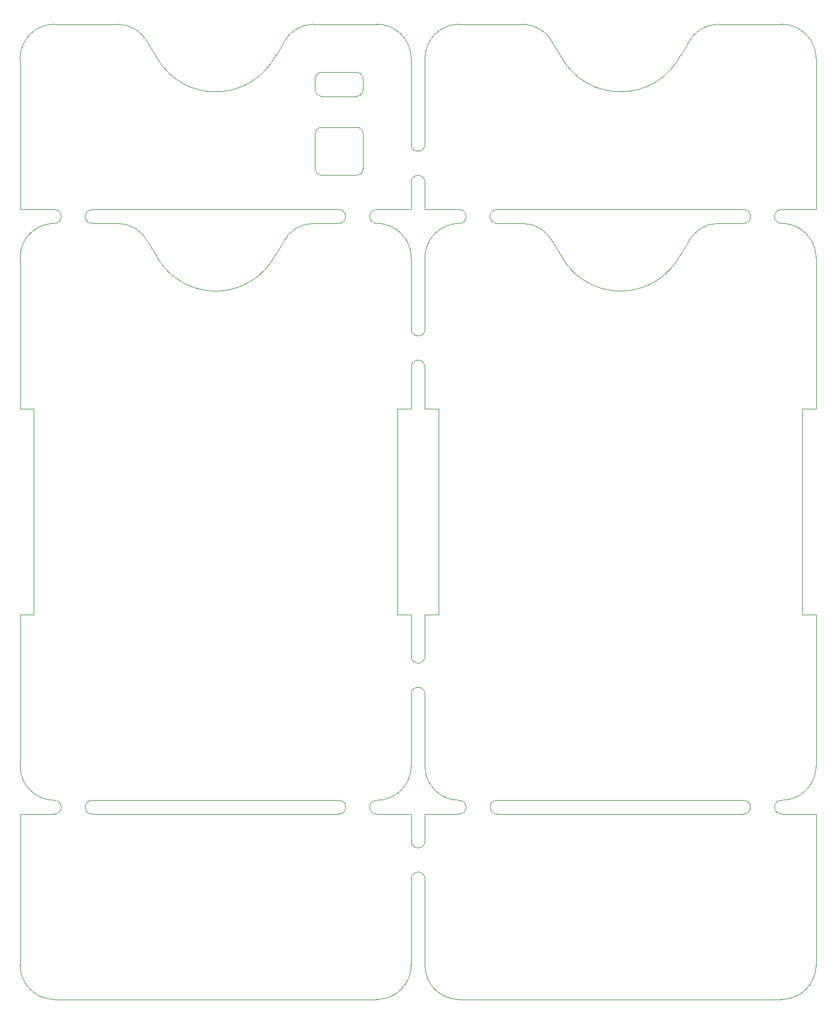
<source format=gm1>
G04 #@! TF.GenerationSoftware,KiCad,Pcbnew,(6.0.7)*
G04 #@! TF.CreationDate,2023-01-11T21:48:03+01:00*
G04 #@! TF.ProjectId,PCBWallet,50434257-616c-46c6-9574-2e6b69636164,rev?*
G04 #@! TF.SameCoordinates,Original*
G04 #@! TF.FileFunction,Profile,NP*
%FSLAX46Y46*%
G04 Gerber Fmt 4.6, Leading zero omitted, Abs format (unit mm)*
G04 Created by KiCad (PCBNEW (6.0.7)) date 2023-01-11 21:48:03*
%MOMM*%
%LPD*%
G01*
G04 APERTURE LIST*
G04 #@! TA.AperFunction,Profile*
%ADD10C,0.050000*%
G04 #@! TD*
G04 APERTURE END LIST*
D10*
X81799938Y-145001248D02*
G75*
G03*
X86800000Y-140000000I-1191J5001253D01*
G01*
X88800000Y-169000000D02*
X88800000Y-156450000D01*
X86800000Y-156450000D02*
X86800000Y-169000000D01*
X88800000Y-140000000D02*
X88800000Y-129550000D01*
X86800000Y-129550000D02*
X86800000Y-140000000D01*
X88800000Y-88000000D02*
X88800000Y-81950000D01*
X86800000Y-88000000D02*
X86801248Y-81900062D01*
X88800000Y-55050000D02*
X88800000Y-59000000D01*
X86801248Y-55000062D02*
X86800000Y-59000000D01*
X88800000Y-55050000D02*
G75*
G03*
X86801248Y-55000062I-998752J49938D01*
G01*
X88800000Y-81950000D02*
G75*
G03*
X86801248Y-81900062I-998752J49938D01*
G01*
X86801248Y-76400062D02*
G75*
G03*
X88801248Y-76400062I1000000J0D01*
G01*
X86801248Y-49500062D02*
G75*
G03*
X88801248Y-49500062I1000000J0D01*
G01*
X88800000Y-129550000D02*
G75*
G03*
X86800000Y-129550000I-1000000J0D01*
G01*
X86801248Y-124000062D02*
G75*
G03*
X88800000Y-124050000I998752J-49938D01*
G01*
X88800000Y-156450000D02*
G75*
G03*
X86800000Y-156450000I-1000000J0D01*
G01*
X86801248Y-150900062D02*
G75*
G03*
X88800000Y-150950000I998752J-49938D01*
G01*
X135250000Y-147000000D02*
G75*
G03*
X135250000Y-145000000I0J1000000D01*
G01*
X135250000Y-147000000D02*
X99300000Y-147000000D01*
X93800000Y-147000000D02*
G75*
G03*
X93800000Y-145000000I0J1000000D01*
G01*
X140799938Y-145001248D02*
G75*
G03*
X140750000Y-147000000I-49938J-998752D01*
G01*
X135250000Y-145000000D02*
X99300000Y-145000000D01*
X99300000Y-145000000D02*
G75*
G03*
X99300000Y-147000000I0J-1000000D01*
G01*
X140799938Y-59001248D02*
G75*
G03*
X140750000Y-61000000I-49938J-998752D01*
G01*
X135250000Y-59000000D02*
X99300000Y-59000000D01*
X131602418Y-60997505D02*
X135250000Y-61000000D01*
X135250000Y-61000000D02*
G75*
G03*
X135250000Y-59000000I0J1000000D01*
G01*
X93800000Y-61000000D02*
G75*
G03*
X93800000Y-59000000I0J1000000D01*
G01*
X99300000Y-59000000D02*
G75*
G03*
X99300000Y-61000000I0J-1000000D01*
G01*
X103000000Y-61000000D02*
X99300000Y-61000000D01*
X72602418Y-60997505D02*
X76250000Y-61000000D01*
X44000000Y-61000000D02*
X40300000Y-61000000D01*
X76250000Y-61000000D02*
G75*
G03*
X76250000Y-59000000I0J1000000D01*
G01*
X34800000Y-61000000D02*
G75*
G03*
X34800000Y-59000000I0J1000000D01*
G01*
X81799938Y-59001248D02*
G75*
G03*
X81750000Y-61000000I-49938J-998752D01*
G01*
X76250000Y-59000000D02*
X40300000Y-59000000D01*
X40300000Y-59000000D02*
G75*
G03*
X40300000Y-61000000I0J-1000000D01*
G01*
X76250000Y-147000000D02*
X40300000Y-147000000D01*
X76250000Y-145000000D02*
X40300000Y-145000000D01*
X76250000Y-147000000D02*
G75*
G03*
X76250000Y-145000000I0J1000000D01*
G01*
X81799938Y-145001248D02*
G75*
G03*
X81750000Y-147000000I-49938J-998752D01*
G01*
X40300000Y-145000000D02*
G75*
G03*
X40300000Y-147000000I0J-1000000D01*
G01*
X34800000Y-147000000D02*
G75*
G03*
X34800000Y-145000000I0J1000000D01*
G01*
X107493369Y-63806912D02*
X108800000Y-66000000D01*
X108800000Y-66000000D02*
G75*
G03*
X126074972Y-65499986I8500000J4999999D01*
G01*
X86800000Y-66000000D02*
G75*
G03*
X81750000Y-61000000I-5000248J0D01*
G01*
X107493369Y-63806912D02*
G75*
G03*
X103000000Y-61000000I-4493369J-2193087D01*
G01*
X131602418Y-60997505D02*
G75*
G03*
X127109049Y-63804417I16J-5000025D01*
G01*
X127109049Y-63804417D02*
X126074972Y-65499986D01*
X72602418Y-60997505D02*
G75*
G03*
X68109049Y-63804417I16J-5000025D01*
G01*
X49800000Y-66000000D02*
G75*
G03*
X67074972Y-65499986I8500000J4999999D01*
G01*
X48493369Y-63806912D02*
X49800000Y-66000000D01*
X68109049Y-63804417D02*
X67074972Y-65499986D01*
X48493369Y-63806912D02*
G75*
G03*
X44000000Y-61000000I-4493368J-2193086D01*
G01*
X34800000Y-174000000D02*
X81800000Y-174000000D01*
X29800000Y-147000000D02*
X29800000Y-169000000D01*
X86801248Y-150900062D02*
X86800000Y-147000000D01*
X81799938Y-59001248D02*
X85800000Y-59000000D01*
X86800000Y-147000000D02*
X81750000Y-147000000D01*
X85800000Y-59000000D02*
X86800000Y-59000000D01*
X86801248Y-49500062D02*
X86800000Y-37000000D01*
X29800000Y-66000000D02*
X29800000Y-88000000D01*
X85800000Y-88000000D02*
X86800000Y-88000000D01*
X86801248Y-76400062D02*
X86800000Y-66000000D01*
X84800000Y-118000000D02*
X84800000Y-88000000D01*
X31800000Y-118000000D02*
X30800000Y-118000000D01*
X30800000Y-88000000D02*
X29800000Y-88000000D01*
X84800000Y-88000000D02*
X85800000Y-88000000D01*
X86801248Y-124000062D02*
X86800000Y-118000000D01*
X30800000Y-88000000D02*
X31800000Y-88000000D01*
X30800000Y-118000000D02*
X29800000Y-118000000D01*
X29800000Y-118000000D02*
X29800000Y-140000000D01*
X85800000Y-118000000D02*
X86800000Y-118000000D01*
X31800000Y-88000000D02*
X31800000Y-118000000D01*
X85800000Y-118000000D02*
X84800000Y-118000000D01*
X29800000Y-140000000D02*
G75*
G03*
X34800000Y-145000000I5000000J0D01*
G01*
X34800000Y-61000000D02*
G75*
G03*
X29800000Y-66000000I0J-5000000D01*
G01*
X81800000Y-32000000D02*
X72602418Y-31997505D01*
X48493369Y-34806912D02*
G75*
G03*
X44000000Y-32000000I-4493369J-2193088D01*
G01*
X34800000Y-32000000D02*
X44000000Y-32000000D01*
X48493369Y-34806912D02*
X49800000Y-37000000D01*
X68109049Y-34804417D02*
X67074972Y-36499986D01*
X79800000Y-41500000D02*
X79800000Y-40000000D01*
X72800000Y-41500000D02*
X72800000Y-40000000D01*
X78800000Y-47000000D02*
X73800000Y-47000000D01*
X72800000Y-48000000D02*
X72800000Y-53000000D01*
X73800000Y-54000000D02*
X78800000Y-54000000D01*
X79800000Y-53000000D02*
X79800000Y-48000000D01*
X145799938Y-140001248D02*
X145800000Y-118000000D01*
X144800000Y-88000000D02*
X145800000Y-88000000D01*
X89800000Y-88000000D02*
X90800000Y-88000000D01*
X127109049Y-34804417D02*
X126074972Y-36499986D01*
X107493369Y-34806912D02*
G75*
G03*
X103000000Y-32000000I-4493369J-2193088D01*
G01*
X143800000Y-88000000D02*
X144800000Y-88000000D01*
X34800000Y-32000000D02*
G75*
G03*
X29800000Y-37000000I0J-5000000D01*
G01*
X89800000Y-59000000D02*
X93800000Y-59000000D01*
X89800000Y-147000000D02*
X88800000Y-147000000D01*
X89800000Y-88000000D02*
X88800000Y-88000000D01*
X90800000Y-88000000D02*
X90800000Y-118000000D01*
X78800000Y-54000000D02*
G75*
G03*
X79800000Y-53000000I0J1000000D01*
G01*
X72800000Y-53000000D02*
G75*
G03*
X73800000Y-54000000I1000000J0D01*
G01*
X90800000Y-118000000D02*
X89800000Y-118000000D01*
X144800000Y-118000000D02*
X143800000Y-118000000D01*
X145800000Y-88000000D02*
X145800000Y-66000000D01*
X107493369Y-34806912D02*
X108800000Y-37000000D01*
X145800000Y-169000000D02*
X145800000Y-147000000D01*
X78800000Y-42500000D02*
G75*
G03*
X79800000Y-41500000I0J1000000D01*
G01*
X89800000Y-118000000D02*
X88800000Y-118000000D01*
X88800000Y-169000000D02*
G75*
G03*
X93800000Y-174000000I5000000J0D01*
G01*
X86800000Y-37000000D02*
G75*
G03*
X81800000Y-32000000I-5000000J0D01*
G01*
X78800000Y-39000000D02*
X73800000Y-39000000D01*
X73800000Y-42500000D02*
X78800000Y-42500000D01*
X140800000Y-174000000D02*
G75*
G03*
X145800000Y-169000000I0J5000000D01*
G01*
X29800000Y-169000000D02*
G75*
G03*
X34800000Y-174000000I5000000J0D01*
G01*
X29800000Y-37000000D02*
X29800000Y-59000000D01*
X93800000Y-147000000D02*
X89800000Y-147000000D01*
X93800000Y-174000000D02*
X140800000Y-174000000D01*
X49800000Y-37000000D02*
G75*
G03*
X67074972Y-36499986I8500000J5000000D01*
G01*
X79800000Y-48000000D02*
G75*
G03*
X78800000Y-47000000I-1000000J0D01*
G01*
X144800000Y-118000000D02*
X145800000Y-118000000D01*
X30800000Y-147000000D02*
X29800000Y-147000000D01*
X88800000Y-66000000D02*
X88801248Y-76400062D01*
X72602418Y-31997518D02*
G75*
G03*
X68109049Y-34804417I-18J-4999982D01*
G01*
X143800000Y-118000000D02*
X143800000Y-88000000D01*
X93800000Y-32000000D02*
G75*
G03*
X88800000Y-37000000I0J-5000000D01*
G01*
X34800000Y-147000000D02*
X30800000Y-147000000D01*
X140799938Y-145001248D02*
G75*
G03*
X145799938Y-140001248I0J5000000D01*
G01*
X145800000Y-66000000D02*
G75*
G03*
X140750000Y-61000000I-5000248J0D01*
G01*
X72800000Y-41500000D02*
G75*
G03*
X73800000Y-42500000I1000000J0D01*
G01*
X140799938Y-59001248D02*
X144800000Y-59000000D01*
X30800000Y-59000000D02*
X29800000Y-59000000D01*
X81800000Y-174000000D02*
G75*
G03*
X86800000Y-169000000I0J5000000D01*
G01*
X140800000Y-32000000D02*
X131602418Y-31997505D01*
X89800000Y-59000000D02*
X88800000Y-59000000D01*
X73800000Y-39000000D02*
G75*
G03*
X72800000Y-40000000I0J-1000000D01*
G01*
X88800000Y-140000000D02*
G75*
G03*
X93800000Y-145000000I5000000J0D01*
G01*
X93800000Y-61000000D02*
G75*
G03*
X88800000Y-66000000I0J-5000000D01*
G01*
X88800000Y-37000000D02*
X88801248Y-49500062D01*
X144800000Y-59000000D02*
X145800000Y-59000000D01*
X93800000Y-32000000D02*
X103000000Y-32000000D01*
X73800000Y-47000000D02*
G75*
G03*
X72800000Y-48000000I0J-1000000D01*
G01*
X145800000Y-37000000D02*
G75*
G03*
X140800000Y-32000000I-5000000J0D01*
G01*
X88800000Y-118000000D02*
X88800000Y-124050000D01*
X145800000Y-147000000D02*
X140750000Y-147000000D01*
X108800000Y-37000000D02*
G75*
G03*
X126074972Y-36499986I8500000J5000000D01*
G01*
X145800000Y-59000000D02*
X145800000Y-37000000D01*
X131602418Y-31997518D02*
G75*
G03*
X127109049Y-34804417I-18J-4999982D01*
G01*
X79800000Y-40000000D02*
G75*
G03*
X78800000Y-39000000I-1000000J0D01*
G01*
X30800000Y-59000000D02*
X34800000Y-59000000D01*
X88800000Y-147000000D02*
X88800000Y-150950000D01*
M02*

</source>
